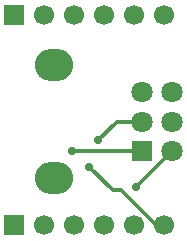
<source format=gbr>
%TF.GenerationSoftware,KiCad,Pcbnew,9.0.6*%
%TF.CreationDate,2025-12-17T11:34:44-05:00*%
%TF.ProjectId,lichen-breadboard-alpha-pot-dual-adaptor,6c696368-656e-42d6-9272-656164626f61,rev?*%
%TF.SameCoordinates,Original*%
%TF.FileFunction,Copper,L2,Bot*%
%TF.FilePolarity,Positive*%
%FSLAX46Y46*%
G04 Gerber Fmt 4.6, Leading zero omitted, Abs format (unit mm)*
G04 Created by KiCad (PCBNEW 9.0.6) date 2025-12-17 11:34:44*
%MOMM*%
%LPD*%
G01*
G04 APERTURE LIST*
%TA.AperFunction,ComponentPad*%
%ADD10O,3.240000X2.720000*%
%TD*%
%TA.AperFunction,ComponentPad*%
%ADD11R,1.800000X1.800000*%
%TD*%
%TA.AperFunction,ComponentPad*%
%ADD12C,1.800000*%
%TD*%
%TA.AperFunction,ComponentPad*%
%ADD13R,1.700000X1.700000*%
%TD*%
%TA.AperFunction,ComponentPad*%
%ADD14C,1.700000*%
%TD*%
%TA.AperFunction,ViaPad*%
%ADD15C,0.700000*%
%TD*%
%TA.AperFunction,Conductor*%
%ADD16C,0.300000*%
%TD*%
%TA.AperFunction,Conductor*%
%ADD17C,0.200000*%
%TD*%
G04 APERTURE END LIST*
D10*
%TO.P,RV2,*%
%TO.N,*%
X105460000Y-115860000D03*
X105460000Y-106360000D03*
D11*
%TO.P,RV2,1,1*%
%TO.N,Net-(J4-Pin_1)*%
X112960000Y-113610000D03*
D12*
%TO.P,RV2,2,2*%
%TO.N,Net-(J4-Pin_2)*%
X112960000Y-111110000D03*
%TO.P,RV2,3,3*%
%TO.N,Net-(J4-Pin_3)*%
X112960000Y-108610000D03*
%TO.P,RV2,4,4*%
%TO.N,Net-(J4-Pin_4)*%
X115460000Y-113610000D03*
%TO.P,RV2,5,5*%
%TO.N,Net-(J4-Pin_5)*%
X115460000Y-111110000D03*
%TO.P,RV2,6,6*%
%TO.N,Net-(J4-Pin_6)*%
X115460000Y-108610000D03*
%TD*%
D13*
%TO.P,J4,1,Pin_1*%
%TO.N,Net-(J4-Pin_1)*%
X102130000Y-119890000D03*
D14*
%TO.P,J4,2,Pin_2*%
%TO.N,Net-(J4-Pin_2)*%
X104670000Y-119890000D03*
%TO.P,J4,3,Pin_3*%
%TO.N,Net-(J4-Pin_3)*%
X107210000Y-119890000D03*
%TO.P,J4,4,Pin_4*%
%TO.N,Net-(J4-Pin_4)*%
X109750000Y-119890000D03*
%TO.P,J4,5,Pin_5*%
%TO.N,Net-(J4-Pin_5)*%
X112290000Y-119890000D03*
%TO.P,J4,6,Pin_6*%
%TO.N,Net-(J4-Pin_6)*%
X114830000Y-119890000D03*
%TD*%
D13*
%TO.P,J1,1,Pin_1*%
%TO.N,unconnected-(J1-Pin_1-Pad1)*%
X102130000Y-102110000D03*
D14*
%TO.P,J1,2,Pin_2*%
%TO.N,unconnected-(J1-Pin_2-Pad2)*%
X104670000Y-102110000D03*
%TO.P,J1,3,Pin_3*%
%TO.N,unconnected-(J1-Pin_3-Pad3)*%
X107210000Y-102110000D03*
%TO.P,J1,4,Pin_4*%
%TO.N,unconnected-(J1-Pin_4-Pad4)*%
X109750000Y-102110000D03*
%TO.P,J1,5,Pin_5*%
%TO.N,unconnected-(J1-Pin_5-Pad5)*%
X112290000Y-102110000D03*
%TO.P,J1,6,Pin_6*%
%TO.N,unconnected-(J1-Pin_6-Pad6)*%
X114830000Y-102110000D03*
%TD*%
D15*
%TO.N,Net-(J4-Pin_2)*%
X109220000Y-112700000D03*
%TO.N,Net-(J4-Pin_1)*%
X107000000Y-113610000D03*
%TO.N,Net-(J4-Pin_6)*%
X108480000Y-114930000D03*
%TO.N,Net-(J4-Pin_4)*%
X112430000Y-116640000D03*
%TD*%
D16*
%TO.N,Net-(J4-Pin_6)*%
X108480000Y-114930000D02*
X110450000Y-116900000D01*
X110450000Y-116900000D02*
X111150000Y-116900000D01*
X111150000Y-116900000D02*
X114140000Y-119890000D01*
X114140000Y-119890000D02*
X114830000Y-119890000D01*
%TO.N,Net-(J4-Pin_1)*%
X112960000Y-113610000D02*
X107000000Y-113610000D01*
%TO.N,Net-(J4-Pin_4)*%
X115460000Y-113610000D02*
X112430000Y-116640000D01*
D17*
X109750000Y-119320000D02*
X109750000Y-119890000D01*
D16*
%TO.N,Net-(J4-Pin_2)*%
X110810000Y-111110000D02*
X109220000Y-112700000D01*
X112960000Y-111110000D02*
X110810000Y-111110000D01*
%TD*%
M02*

</source>
